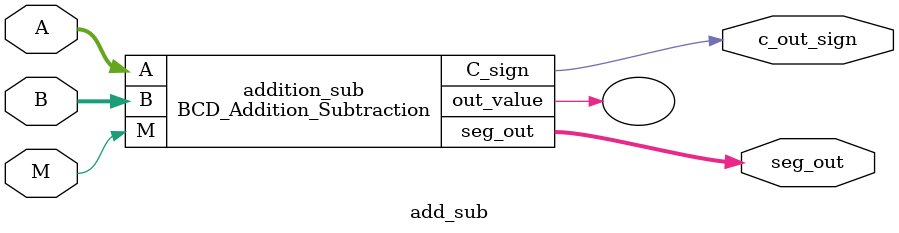
<source format=v>


//// Perform subtraction or addition
//always @(*)
//begin
//    if (A <= 4'b1001 && B <= 4'b1001) begin
//        if (M == 1) begin
//            if (A >= B) begin
//                // Non-negative subtraction
//                out_value = A - B;
//                C_sign = 0;
//                $display ("A = %b, B = %b,Non-Negative Subtraction: %b, C_out_Sign: %b, Output value: %d", A, B, M, C_sign, out_value);
//            end
//            else begin
//                // Negative subtraction
//                out_value = B - A;
//                C_sign = 1;
//                $display ("A = %b, B = %b,Negative Subtraction: %b, C_out_Sign: %b, Output value: %d", A, B, M, C_sign, out_value);
//            end
//        end
//        else begin
//            // Addition
//            out_value = A + B;
//            if (out_value > 4'b1001) begin
//                // Carry out if sum exceeds 9
//                C_sign = 1;
//                out_value = out_value + 4'b0110;
//                $display ("A = %b, B = %b, Addition with sum exceeding 9: %b, C_out_Sign: %b, Output value: %d", A, B, M, C_sign, out_value);
//            end
//            else
//                C_sign = 0;
//                $display ("A = %b, B = %b, Addition with sum below 9: %b, C_out_Sign: %b, Output value: %d", A, B, M, C_sign, out_value);
//        end
//    end
//    else begin
//        out_value = 4'b1111;
//        $display ("Invalid BCD input");
//    end
//end

//// Display the absolute value of the difference on common anode seven-segment display
//always @(*)
//begin
//    case (out_value[3:0])
//        4'b0000: seg_out = 7'b1000000; // Display 0
//        4'b0001: seg_out = 7'b1111001; // Display 1
//        4'b0010: seg_out = 7'b0100100; // Display 2
//        4'b0011: seg_out = 7'b0110000; // Display 3 
//        4'b0100: seg_out = 7'b0011001; // Display 4
//        4'b0101: seg_out = 7'b0010010; // Display 5
//        4'b0110: seg_out = 7'b0000010; // Display 6
//        4'b0111: seg_out = 7'b1111000; // Display 7
//        4'b1000: seg_out = 7'b0000000; // Display 8
//        4'b1001: seg_out = 7'b0010000; // Display 9
//        default: seg_out = 7'b1111111; // Blank display for other values
//    endcase
//end

//endmodule


//module add_sub (input [3:0] A, [3:0] B, input M, output [6:0] seg_out, output c_out_sign);
//BCD_Addition_Subtraction addition_sub (A, B, M, out_val, seg_out, c_out_sign);
//endmodule



`timescale 1ns / 1ps

//////////////////////////////////////////////////////////////////////////////////
// Company: 
// Engineer: 
// 
// Create Date: 27.02.2024 23:05:39
// Design Name: 
// Module Name: bcd_adder_subtractor
// Project Name: 
// Target Devices: 
// Tool Versions: 
// Description: 
// 
// Dependencies: 
// 
// Revision:
// Revision 0.01 - File Created
// Additional Comments:
// 
//////////////////////////////////////////////////////////////////////////////////

//module bcd_adder_subtractor(
//input [3:0] A, input [3:0] B, input M,
//output reg [4:0] out_value, output reg[6:0] seg_out, output reg C_sign);
//reg [4:0] temp_out_value;
//always @(*)
//begin if (A<= 4'b1001 && B<= 4'b1001)
//begin
//if (M==1)
//    begin
//    if (A>=B)
//        begin
//        out_value= A-B;
//        C_sign= 0;
//        end
//    else
//    begin
//        out_value= B-A;
//        C_sign = 1;
//    end
//    end
//else
//begin
//        temp_out_value = A+B;
//        if( temp_out_value> 4'b1001)
//            begin
//                C_sign =1;
//                out_value = temp_out_value + 4'b0110;
//            end
//            else
//            begin
//                out_value= temp_out_value;
//                C_sign=0;
//            end
//         end
//         $display("A= %b, B= %b, Subtraction?: %b, C_out_Sign: %b, Output value: %d", A, B, M, C_sign, out_value[4:0]);
//         end
//    else out_value= 4'b1111;
//    end
// // Display the absolute value of the difference on common cathode seven-segment display
//    always @(*)
//    begin
//        case (out_value [3:0])
//            4'b0000: seg_out = 7'b0111111; // Display 0
//            4'b0001: seg_out = 7'b0000110; // Display 1
//            4'b0010: seg_out = 7'b1011011; // Display 2
//            4'b0011: seg_out = 7'b1001111; // Display 3
//            4'b0100: seg_out = 7'b1100110; // Display 4
//            4'b0101: seg_out = 7'b1101101; // Display 5
//            4'b0110: seg_out = 7'b1111101; // Display 6
//            4'b0111: seg_out = 7'b0000111; // Display 7
//            4'b1000: seg_out = 7'b1111111; // Display 8
//            4'b1001: seg_out = 7'b1101111; // Display 9
//            default: seg_out = 7'b0000000;  // Blank display for other values
//        endcase
//    end

//endmodule

//module bcd_adder_subtractor(input [3:0] A, [3:0] B, input M, output [6:0] seg_out, output c_out_sign);

//BCD_Addition_Subtraction addsub(A, B, M, out_value,seg_out, c_out_sign);
////BCD_to_7 BCD(out_value[3:0], seg_out); // Correctly pass the 4 LSBs of out_value to BCD_to_7

//endmodule

module BCD_Addition_Subtraction (
    input [3:0] A, // 4-bit BCD input for minuend
    input [3:0] B, // 4-bit BCD input for subtrahend
    input M,       // Selection line (M = 1 for subtraction, M = 0 for addition)
    output reg [4:0] out_value,
    output reg [6:0] seg_out, // Output for seven-segment display
    output reg C_sign       // Output carry or sign (Sign: 1 if negative, 0 otherwise; Carry: 1 representing BCD Carry,0 otherwise;)
);

reg [4:0] temp_out_value;

    // Perform addition or subtraction
    always @(*)
    begin
        if (A <= 4'b1001 && B <= 4'b1001)
        begin
            if (M == 1)     //Subtraction
            begin
                // 9's complement subtraction  but here i m not converting the binary into 9's figure only using that method
                out_value = A + (~B) + 1;
                if (out_value[4] == 1) 
                    begin
                        out_value = ~(out_value[3:0])+1;
                        C_sign = 1;
                    end
                else 
                    begin
                        out_value = out_value[3:0];
                        C_sign = 0;
                    end
            end
            else         //Addition
            begin
                temp_out_value = A + B;
                if (temp_out_value > 4'b1001)
                    begin
                        // Carry out if sum exceeds 9
                        C_sign = 1;
                        out_value = temp_out_value + 4'b0110;
                    end
                else
                    begin
                        out_value = temp_out_value;
                        C_sign = 0;
                    end
            end
            $display("A=%b, B=%b, Subtraction?: %b, C_out_Sign: %b, Output value: %d",A,B,M,C_sign,out_value[4:0]);
        end
        else
            out_value = 4'b1111; // Indicate invalid input
    end

    // Display the absolute value of the difference on common cathode seven-segment display
    always @(*)
    begin
        case (out_value [3:0])
            4'b0000: seg_out = 7'b0111111; // Display 0
            4'b0001: seg_out = 7'b0000110; // Display 1 
            4'b0010: seg_out = 7'b1011011; // Display 2
            4'b0011: seg_out = 7'b1001111; // Display 3 
            4'b0100: seg_out = 7'b1100110; // Display 4
            4'b0101: seg_out = 7'b1101101; // Display 5 
            4'b0110: seg_out = 7'b1111101; // Display 6 
            4'b0111: seg_out = 7'b0000111; // Display 7 
            4'b1000: seg_out = 7'b1111111; // Display 8 
            4'b1001: seg_out = 7'b1101111; // Display 9
            default: seg_out = 7'b0000000;  // Blank display for other values
        endcase
    end

endmodule

module add_sub (
    input [3:0] A,
    input [3:0] B,
    input M,
    output [6:0] seg_out,
    output c_out_sign
); 
    BCD_Addition_Subtraction addition_sub (
        .A(A),
        .B(B),
        .M(M),
        .out_value(),
        .seg_out(seg_out),
        .C_sign(c_out_sign)
    );
endmodule


</source>
